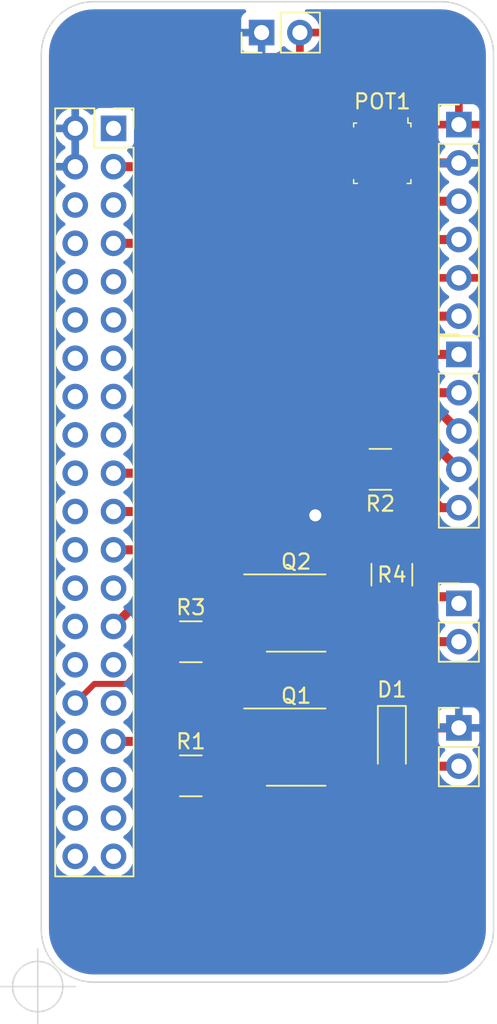
<source format=kicad_pcb>
(kicad_pcb (version 20211014) (generator pcbnew)
  (layers (0 "F.Cu" signal) (31 "B.Cu" signal) (34 "B.Paste" user) (35 "F.Paste" user) (36 "B.SilkS" user "B.Silkscreen") (37 "F.SilkS" user "F.Silkscreen") (38 "B.Mask" user) (39 "F.Mask" user) (44 "Edge.Cuts" user))
  (net 0 "")
  (net 1 "+5V")
  (net 2 "Net-(D1-Pad2)")
  (net 3 "+3V3")
  (net 4 "RS")
  (net 5 "RW")
  (net 7 "CS")
  (net 18 "DB4")
  (net 20 "DB5")
  (net 22 "DB6")
  (net 24 "GND")
  (net 26 "DB7")
  (net 31 "LED_PWM")
  (net 32 "Motor_PWM")
  (net 40 "Net-(J3-Pad3)")
  (net 41 "Net-(J4-Pad5)")
  (net 42 "Net-(J5-Pad1)")
  (net 43 "Net-(J5-Pad2)")
  (net 44 "Net-(Q1-Pad4)")
  (net 45 "Net-(Q2-Pad4)")
  (footprint "digikey-footprints:Trimpot_3.8mmx3.6mm_TC33X-2-103E" (layer "F.Cu") (at 173.355 78.105 180)
    (fp_text reference "POT1" (at 0 3.429) (layer "F.SilkS"))
    (fp_text value "10k" hide)
    (fp_line (start -1.9 -2) (end -1.65 -2) (layer "F.SilkS") (width 0.1))
    (fp_line (start -1.7 2) (end -1.7 2.35) (layer "F.SilkS") (width 0.1))
    (fp_line (start -1.9 1.75) (end -1.9 2) (layer "F.SilkS") (width 0.1))
    (fp_line (start 1.9 -2) (end 1.65 -2) (layer "F.SilkS") (width 0.1))
    (fp_line (start -1.9 -2) (end -1.9 -1.75) (layer "F.SilkS") (width 0.1))
    (fp_line (start 1.9 2) (end 1.9 1.75) (layer "F.SilkS") (width 0.1))
    (fp_line (start 1.9 2) (end 1.7 2) (layer "F.SilkS") (width 0.1))
    (fp_line (start -1.9 2) (end -1.7 2) (layer "F.SilkS") (width 0.1))
    (fp_line (start 1.9 -2) (end 1.9 -1.75) (layer "F.SilkS") (width 0.1))
    (pad "1" smd rect locked (at -1 1.8 180) (size 1.2 1.2) (layers "F.Cu" "F.Paste" "F.Mask") (net 1 "+5V"))
    (pad "2" smd rect locked (at 0 -1.45 180) (size 1.6 1.5) (layers "F.Cu" "F.Paste" "F.Mask") (net 40 "Net-(J3-Pad3)"))
    (pad "3" smd rect locked (at 1 1.8 180) (size 1.2 1.2) (layers "F.Cu" "F.Paste" "F.Mask") (net 24 "GND"))
  )
  (footprint "Resistor_SMD:R_1210_3225Metric" (layer "F.Cu") (at 160.655 110.49)
    (fp_text reference "R3" (at 0 -2.28) (layer "F.SilkS"))
    (fp_text value "10k" hide)
    (fp_line (start -0.723737 -1.355) (end 0.723737 -1.355) (layer "F.SilkS") (width 0.12))
    (fp_line (start -0.723737 1.355) (end 0.723737 1.355) (layer "F.SilkS") (width 0.12))
    (pad "1" smd roundrect (at -1.4625 0) (size 1.125 2.65) (layers "F.Cu" "F.Paste" "F.Mask") (roundrect_rratio 0.222222) (net 31 "LED_PWM"))
    (pad "2" smd roundrect (at 1.4625 0) (size 1.125 2.65) (layers "F.Cu" "F.Paste" "F.Mask") (roundrect_rratio 0.222222) (net 45 "Net-(Q2-Pad4)"))
  )
  (footprint "Resistor_SMD:R_1210_3225Metric" (layer "F.Cu") (at 173.228 99.06)
    (fp_text reference "R2" (at 0 2.286) (layer "F.SilkS"))
    (fp_text value "330" hide)
    (fp_line (start -0.723737 1.355) (end 0.723737 1.355) (layer "F.SilkS") (width 0.12))
    (fp_line (start -0.723737 -1.355) (end 0.723737 -1.355) (layer "F.SilkS") (width 0.12))
    (pad "1" smd roundrect (at -1.4625 0) (size 1.125 2.65) (layers "F.Cu" "F.Paste" "F.Mask") (roundrect_rratio 0.222222) (net 1 "+5V"))
    (pad "2" smd roundrect (at 1.4625 0) (size 1.125 2.65) (layers "F.Cu" "F.Paste" "F.Mask") (roundrect_rratio 0.222222) (net 41 "Net-(J4-Pad5)"))
  )
  (footprint "Resistor_SMD:R_1210_3225Metric" (layer "F.Cu") (at 173.99 106.045 90)
    (fp_text reference "R4" (at 0 0 180) (layer "F.SilkS"))
    (fp_text value "330" hide)
    (fp_line (start -0.723737 1.355) (end 0.723737 1.355) (layer "F.SilkS") (width 0.12))
    (fp_line (start -0.723737 -1.355) (end 0.723737 -1.355) (layer "F.SilkS") (width 0.12))
    (pad "1" smd roundrect (at -1.4625 0 90) (size 1.125 2.65) (layers "F.Cu" "F.Paste" "F.Mask") (roundrect_rratio 0.222222) (net 42 "Net-(J5-Pad1)"))
    (pad "2" smd roundrect (at 1.4625 0 90) (size 1.125 2.65) (layers "F.Cu" "F.Paste" "F.Mask") (roundrect_rratio 0.222222) (net 1 "+5V"))
  )
  (footprint "Package_SO:SO-8_3.9x4.9mm_P1.27mm" (layer "F.Cu") (at 167.64 108.585)
    (fp_text reference "Q2" (at 0 -3.4) (layer "F.SilkS"))
    (fp_text value "IRF8736" hide)
    (fp_line (start 0 -2.56) (end 1.95 -2.56) (layer "F.SilkS") (width 0.12))
    (fp_line (start 0 2.56) (end 1.95 2.56) (layer "F.SilkS") (width 0.12))
    (fp_line (start 0 -2.56) (end -3.45 -2.56) (layer "F.SilkS") (width 0.12))
    (fp_line (start 0 2.56) (end -1.95 2.56) (layer "F.SilkS") (width 0.12))
    (pad "1" smd roundrect (at -2.575 -1.905) (size 1.75 0.6) (layers "F.Cu" "F.Paste" "F.Mask") (net 24 "GND"))
    (pad "2" smd roundrect (at -2.575 -0.635) (size 1.75 0.6) (layers "F.Cu" "F.Paste" "F.Mask") (net 24 "GND"))
    (pad "3" smd roundrect (at -2.575 0.635) (size 1.75 0.6) (layers "F.Cu" "F.Paste" "F.Mask") (net 24 "GND"))
    (pad "4" smd roundrect (at -2.575 1.905) (size 1.75 0.6) (layers "F.Cu" "F.Paste" "F.Mask") (net 45 "Net-(Q2-Pad4)"))
    (pad "5" smd roundrect (at 2.575 1.905) (size 1.75 0.6) (layers "F.Cu" "F.Paste" "F.Mask") (net 43 "Net-(J5-Pad2)"))
    (pad "6" smd roundrect (at 2.575 0.635) (size 1.75 0.6) (layers "F.Cu" "F.Paste" "F.Mask") (net 43 "Net-(J5-Pad2)"))
    (pad "7" smd roundrect (at 2.575 -0.635) (size 1.75 0.6) (layers "F.Cu" "F.Paste" "F.Mask") (net 43 "Net-(J5-Pad2)"))
    (pad "8" smd roundrect (at 2.575 -1.905) (size 1.75 0.6) (layers "F.Cu" "F.Paste" "F.Mask") (net 43 "Net-(J5-Pad2)"))
  )
  (footprint "Connector_PinSocket_2.54mm:PinSocket_2x20_P2.54mm_Vertical" (layer "F.Cu") (at 155.525 76.456)
    (fp_text reference "J1" hide)
    (fp_text value "Raspberry_Pi_2_3" hide)
    (fp_line (start -1.27 -1.33) (end -1.27 1.27) (layer "F.SilkS") (width 0.12))
    (fp_line (start 1.33 -1.33) (end 1.33 0) (layer "F.SilkS") (width 0.12))
    (fp_line (start 1.33 1.27) (end 1.33 49.59) (layer "F.SilkS") (width 0.12))
    (fp_line (start 0 -1.33) (end 1.33 -1.33) (layer "F.SilkS") (width 0.12))
    (fp_line (start -3.87 -1.33) (end -3.87 49.59) (layer "F.SilkS") (width 0.12))
    (fp_line (start -1.27 1.27) (end 1.33 1.27) (layer "F.SilkS") (width 0.12))
    (fp_line (start -3.87 49.59) (end 1.33 49.59) (layer "F.SilkS") (width 0.12))
    (fp_line (start -3.87 -1.33) (end -1.27 -1.33) (layer "F.SilkS") (width 0.12))
    (pad "1" thru_hole rect locked (at 0 0) (size 1.7 1.7) (drill 1) (layers *.Cu *.Mask) (net 3 "+3V3"))
    (pad "2" thru_hole oval locked (at -2.54 0) (size 1.7 1.7) (drill 1) (layers *.Cu *.Mask) (net 1 "+5V"))
    (pad "3" thru_hole oval locked (at 0 2.54) (size 1.7 1.7) (drill 1) (layers *.Cu *.Mask) (net 4 "RS"))
    (pad "4" thru_hole oval locked (at -2.54 2.54) (size 1.7 1.7) (drill 1) (layers *.Cu *.Mask) (net 1 "+5V"))
    (pad "5" thru_hole oval locked (at 0 5.08) (size 1.7 1.7) (drill 1) (layers *.Cu *.Mask) (net 5 "RW"))
    (pad "6" thru_hole oval locked (at -2.54 5.08) (size 1.7 1.7) (drill 1) (layers *.Cu *.Mask))
    (pad "7" thru_hole oval locked (at 0 7.62) (size 1.7 1.7) (drill 1) (layers *.Cu *.Mask) (net 7 "CS"))
    (pad "8" thru_hole oval locked (at -2.54 7.62) (size 1.7 1.7) (drill 1) (layers *.Cu *.Mask))
    (pad "9" thru_hole oval locked (at 0 10.16) (size 1.7 1.7) (drill 1) (layers *.Cu *.Mask))
    (pad "10" thru_hole oval locked (at -2.54 10.16) (size 1.7 1.7) (drill 1) (layers *.Cu *.Mask))
    (pad "11" thru_hole oval locked (at 0 12.7) (size 1.7 1.7) (drill 1) (layers *.Cu *.Mask))
    (pad "12" thru_hole oval locked (at -2.54 12.7) (size 1.7 1.7) (drill 1) (layers *.Cu *.Mask))
    (pad "13" thru_hole oval locked (at 0 15.24) (size 1.7 1.7) (drill 1) (layers *.Cu *.Mask))
    (pad "14" thru_hole oval locked (at -2.54 15.24) (size 1.7 1.7) (drill 1) (layers *.Cu *.Mask))
    (pad "15" thru_hole oval locked (at 0 17.78) (size 1.7 1.7) (drill 1) (layers *.Cu *.Mask))
    (pad "16" thru_hole oval locked (at -2.54 17.78) (size 1.7 1.7) (drill 1) (layers *.Cu *.Mask))
    (pad "17" thru_hole oval locked (at 0 20.32) (size 1.7 1.7) (drill 1) (layers *.Cu *.Mask) (net 3 "+3V3"))
    (pad "18" thru_hole oval locked (at -2.54 20.32) (size 1.7 1.7) (drill 1) (layers *.Cu *.Mask))
    (pad "19" thru_hole oval locked (at 0 22.86) (size 1.7 1.7) (drill 1) (layers *.Cu *.Mask) (net 18 "DB4"))
    (pad "20" thru_hole oval locked (at -2.54 22.86) (size 1.7 1.7) (drill 1) (layers *.Cu *.Mask))
    (pad "21" thru_hole oval locked (at 0 25.4) (size 1.7 1.7) (drill 1) (layers *.Cu *.Mask) (net 20 "DB5"))
    (pad "22" thru_hole oval locked (at -2.54 25.4) (size 1.7 1.7) (drill 1) (layers *.Cu *.Mask))
    (pad "23" thru_hole oval locked (at 0 27.94) (size 1.7 1.7) (drill 1) (layers *.Cu *.Mask) (net 22 "DB6"))
    (pad "24" thru_hole oval locked (at -2.54 27.94) (size 1.7 1.7) (drill 1) (layers *.Cu *.Mask))
    (pad "25" thru_hole oval locked (at 0 30.48) (size 1.7 1.7) (drill 1) (layers *.Cu *.Mask) (net 24 "GND"))
    (pad "26" thru_hole oval locked (at -2.54 30.48) (size 1.7 1.7) (drill 1) (layers *.Cu *.Mask))
    (pad "27" thru_hole oval locked (at 0 33.02) (size 1.7 1.7) (drill 1) (layers *.Cu *.Mask) (net 26 "DB7"))
    (pad "28" thru_hole oval locked (at -2.54 33.02) (size 1.7 1.7) (drill 1) (layers *.Cu *.Mask))
    (pad "29" thru_hole oval locked (at 0 35.56) (size 1.7 1.7) (drill 1) (layers *.Cu *.Mask))
    (pad "30" thru_hole oval locked (at -2.54 35.56) (size 1.7 1.7) (drill 1) (layers *.Cu *.Mask))
    (pad "31" thru_hole oval locked (at 0 38.1) (size 1.7 1.7) (drill 1) (layers *.Cu *.Mask))
    (pad "32" thru_hole oval locked (at -2.54 38.1) (size 1.7 1.7) (drill 1) (layers *.Cu *.Mask) (net 31 "LED_PWM"))
    (pad "33" thru_hole oval locked (at 0 40.64) (size 1.7 1.7) (drill 1) (layers *.Cu *.Mask) (net 32 "Motor_PWM"))
    (pad "34" thru_hole oval locked (at -2.54 40.64) (size 1.7 1.7) (drill 1) (layers *.Cu *.Mask))
    (pad "35" thru_hole oval locked (at 0 43.18) (size 1.7 1.7) (drill 1) (layers *.Cu *.Mask))
    (pad "36" thru_hole oval locked (at -2.54 43.18) (size 1.7 1.7) (drill 1) (layers *.Cu *.Mask))
    (pad "37" thru_hole oval locked (at 0 45.72) (size 1.7 1.7) (drill 1) (layers *.Cu *.Mask))
    (pad "38" thru_hole oval locked (at -2.54 45.72) (size 1.7 1.7) (drill 1) (layers *.Cu *.Mask))
    (pad "39" thru_hole oval locked (at 0 48.26) (size 1.7 1.7) (drill 1) (layers *.Cu *.Mask))
    (pad "40" thru_hole oval locked (at -2.54 48.26) (size 1.7 1.7) (drill 1) (layers *.Cu *.Mask))
  )
  (footprint "Resistor_SMD:R_1210_3225Metric" (layer "F.Cu") (at 160.655 119.38)
    (fp_text reference "R1" (at 0 -2.28) (layer "F.SilkS"))
    (fp_text value "10k" hide)
    (fp_line (start -0.723737 -1.355) (end 0.723737 -1.355) (layer "F.SilkS") (width 0.12))
    (fp_line (start -0.723737 1.355) (end 0.723737 1.355) (layer "F.SilkS") (width 0.12))
    (pad "1" smd roundrect (at -1.4625 0) (size 1.125 2.65) (layers "F.Cu" "F.Paste" "F.Mask") (roundrect_rratio 0.222222) (net 32 "Motor_PWM"))
    (pad "2" smd roundrect (at 1.4625 0) (size 1.125 2.65) (layers "F.Cu" "F.Paste" "F.Mask") (roundrect_rratio 0.222222) (net 44 "Net-(Q1-Pad4)"))
  )
  (footprint "Connector_PinHeader_2.54mm:PinHeader_1x02_P2.54mm_Vertical" (layer "F.Cu") (at 178.435 107.945)
    (fp_text reference "J5" hide)
    (fp_text value "LED")
    (fp_line (start -1.33 1.27) (end 1.33 1.27) (layer "F.SilkS") (width 0.12))
    (fp_line (start -1.33 3.87) (end 1.33 3.87) (layer "F.SilkS") (width 0.12))
    (fp_line (start -1.33 1.27) (end -1.33 3.87) (layer "F.SilkS") (width 0.12))
    (fp_line (start -1.33 0) (end -1.33 -1.33) (layer "F.SilkS") (width 0.12))
    (fp_line (start -1.33 -1.33) (end 0 -1.33) (layer "F.SilkS") (width 0.12))
    (fp_line (start 1.33 1.27) (end 1.33 3.87) (layer "F.SilkS") (width 0.12))
    (pad "1" thru_hole rect (at 0 0) (size 1.7 1.7) (drill 1) (layers *.Cu *.Mask) (net 42 "Net-(J5-Pad1)"))
    (pad "2" thru_hole oval (at 0 2.54) (size 1.7 1.7) (drill 1) (layers *.Cu *.Mask) (net 43 "Net-(J5-Pad2)"))
  )
  (footprint "Package_SO:SO-8_3.9x4.9mm_P1.27mm" (layer "F.Cu") (at 167.64 117.475)
    (fp_text reference "Q1" (at 0 -3.4) (layer "F.SilkS"))
    (fp_text value "IRF8736" hide)
    (fp_line (start 0 -2.56) (end -3.45 -2.56) (layer "F.SilkS") (width 0.12))
    (fp_line (start 0 -2.56) (end 1.95 -2.56) (layer "F.SilkS") (width 0.12))
    (fp_line (start 0 2.56) (end 1.95 2.56) (layer "F.SilkS") (width 0.12))
    (fp_line (start 0 2.56) (end -1.95 2.56) (layer "F.SilkS") (width 0.12))
    (pad "1" smd roundrect (at -2.575 -1.905) (size 1.75 0.6) (layers "F.Cu" "F.Paste" "F.Mask") (net 24 "GND"))
    (pad "2" smd roundrect (at -2.575 -0.635) (size 1.75 0.6) (layers "F.Cu" "F.Paste" "F.Mask") (net 24 "GND"))
    (pad "3" smd roundrect (at -2.575 0.635) (size 1.75 0.6) (layers "F.Cu" "F.Paste" "F.Mask") (net 24 "GND"))
    (pad "4" smd roundrect (at -2.575 1.905) (size 1.75 0.6) (layers "F.Cu" "F.Paste" "F.Mask") (net 44 "Net-(Q1-Pad4)"))
    (pad "5" smd roundrect (at 2.575 1.905) (size 1.75 0.6) (layers "F.Cu" "F.Paste" "F.Mask") (net 2 "Net-(D1-Pad2)"))
    (pad "6" smd roundrect (at 2.575 0.635) (size 1.75 0.6) (layers "F.Cu" "F.Paste" "F.Mask") (net 2 "Net-(D1-Pad2)"))
    (pad "7" smd roundrect (at 2.575 -0.635) (size 1.75 0.6) (layers "F.Cu" "F.Paste" "F.Mask") (net 2 "Net-(D1-Pad2)"))
    (pad "8" smd roundrect (at 2.575 -1.905) (size 1.75 0.6) (layers "F.Cu" "F.Paste" "F.Mask") (net 2 "Net-(D1-Pad2)"))
  )
  (footprint "Connector_PinHeader_2.54mm:PinHeader_1x05_P2.54mm_Vertical" (layer "F.Cu") (at 178.435 91.44)
    (fp_text reference "J4" hide)
    (fp_text value "LCD_02" hide)
    (fp_line (start -1.33 -1.33) (end 0 -1.33) (layer "F.SilkS") (width 0.12))
    (fp_line (start -1.33 1.27) (end -1.33 11.49) (layer "F.SilkS") (width 0.12))
    (fp_line (start -1.33 11.49) (end 1.33 11.49) (layer "F.SilkS") (width 0.12))
    (fp_line (start 1.33 1.27) (end 1.33 11.49) (layer "F.SilkS") (width 0.12))
    (fp_line (start -1.33 1.27) (end 1.33 1.27) (layer "F.SilkS") (width 0.12))
    (fp_line (start -1.33 0) (end -1.33 -1.33) (layer "F.SilkS") (width 0.12))
    (pad "1" thru_hole rect locked (at 0 0) (size 1.7 1.7) (drill 1) (layers *.Cu *.Mask) (net 18 "DB4"))
    (pad "2" thru_hole oval locked (at 0 2.54) (size 1.7 1.7) (drill 1) (layers *.Cu *.Mask) (net 20 "DB5"))
    (pad "3" thru_hole oval locked (at 0 5.08) (size 1.7 1.7) (drill 1) (layers *.Cu *.Mask) (net 22 "DB6"))
    (pad "4" thru_hole oval locked (at 0 7.62) (size 1.7 1.7) (drill 1) (layers *.Cu *.Mask) (net 26 "DB7"))
    (pad "5" thru_hole oval locked (at 0 10.16) (size 1.7 1.7) (drill 1) (layers *.Cu *.Mask) (net 41 "Net-(J4-Pad5)"))
  )
  (footprint "Diode_SMD:D_MicroMELF_Handsoldering" (layer "F.Cu") (at 173.99 117.475 -90)
    (fp_text reference "D1" (at -3.81 0 180) (layer "F.SilkS"))
    (fp_text value "1N4007" hide)
    (fp_line (start 1.1 -0.93) (end -2.73 -0.93) (layer "F.SilkS") (width 0.12))
    (fp_line (start -2.73 0.93) (end 1.1 0.93) (layer "F.SilkS") (width 0.12))
    (fp_line (start -2.73 -0.93) (end -2.73 0.93) (layer "F.SilkS") (width 0.12))
    (pad "1" smd rect (at -1.45 0 270) (size 2.2 1.5) (layers "F.Cu" "F.Paste" "F.Mask") (net 1 "+5V"))
    (pad "2" smd rect (at 1.45 0 270) (size 2.2 1.5) (layers "F.Cu" "F.Paste" "F.Mask") (net 2 "Net-(D1-Pad2)"))
  )
  (footprint "Connector_PinHeader_2.54mm:PinHeader_1x02_P2.54mm_Vertical" (layer "F.Cu") (at 165.349 70.104 90)
    (fp_text reference "J6" hide)
    (fp_text value "PSU")
    (fp_line (start -1.33 0) (end -1.33 -1.33) (layer "F.SilkS") (width 0.12))
    (fp_line (start -1.33 3.87) (end 1.33 3.87) (layer "F.SilkS") (width 0.12))
    (fp_line (start 1.33 1.27) (end 1.33 3.87) (layer "F.SilkS") (width 0.12))
    (fp_line (start -1.33 1.27) (end 1.33 1.27) (layer "F.SilkS") (width 0.12))
    (fp_line (start -1.33 -1.33) (end 0 -1.33) (layer "F.SilkS") (width 0.12))
    (fp_line (start -1.33 1.27) (end -1.33 3.87) (layer "F.SilkS") (width 0.12))
    (pad "1" thru_hole rect (at 0 0 90) (size 1.7 1.7) (drill 1) (layers *.Cu *.Mask) (net 1 "+5V"))
    (pad "2" thru_hole oval (at 0 2.54 90) (size 1.7 1.7) (drill 1) (layers *.Cu *.Mask) (net 24 "GND"))
  )
  (footprint "Connector_PinHeader_2.54mm:PinHeader_1x06_P2.54mm_Vertical" (layer "F.Cu") (at 178.435 76.206)
    (fp_text reference "J3" hide)
    (fp_text value "LCD_01" hide)
    (fp_line (start 1.33 1.27) (end 1.33 14.03) (layer "F.SilkS") (width 0.12))
    (fp_line (start -1.33 14.03) (end 1.33 14.03) (layer "F.SilkS") (width 0.12))
    (fp_line (start -1.33 0) (end -1.33 -1.33) (layer "F.SilkS") (width 0.12))
    (fp_line (start -1.33 -1.33) (end 0 -1.33) (layer "F.SilkS") (width 0.12))
    (fp_line (start -1.33 1.27) (end -1.33 14.03) (layer "F.SilkS") (width 0.12))
    (fp_line (start -1.33 1.27) (end 1.33 1.27) (layer "F.SilkS") (width 0.12))
    (pad "1" thru_hole rect locked (at 0 0) (size 1.7 1.7) (drill 1) (layers *.Cu *.Mask) (net 24 "GND"))
    (pad "2" thru_hole oval locked (at 0 2.54) (size 1.7 1.7) (drill 1) (layers *.Cu *.Mask) (net 1 "+5V"))
    (pad "3" thru_hole oval locked (at 0 5.08) (size 1.7 1.7) (drill 1) (layers *.Cu *.Mask) (net 40 "Net-(J3-Pad3)"))
    (pad "4" thru_hole oval locked (at 0 7.62) (size 1.7 1.7) (drill 1) (layers *.Cu *.Mask) (net 4 "RS"))
    (pad "5" thru_hole oval locked (at 0 10.16) (size 1.7 1.7) (drill 1) (layers *.Cu *.Mask) (net 24 "GND"))
    (pad "6" thru_hole oval locked (at 0 12.7) (size 1.7 1.7) (drill 1) (layers *.Cu *.Mask) (net 7 "CS"))
  )
  (footprint "Connector_PinHeader_2.54mm:PinHeader_1x02_P2.54mm_Vertical" (layer "F.Cu") (at 178.435 116.2)
    (fp_text reference "J2" hide)
    (fp_text value "Motor")
    (fp_line (start 1.33 1.27) (end 1.33 3.87) (layer "F.SilkS") (width 0.12))
    (fp_line (start -1.33 0) (end -1.33 -1.33) (layer "F.SilkS") (width 0.12))
    (fp_line (start -1.33 3.87) (end 1.33 3.87) (layer "F.SilkS") (width 0.12))
    (fp_line (start -1.33 1.27) (end 1.33 1.27) (layer "F.SilkS") (width 0.12))
    (fp_line (start -1.33 1.27) (end -1.33 3.87) (layer "F.SilkS") (width 0.12))
    (fp_line (start -1.33 -1.33) (end 0 -1.33) (layer "F.SilkS") (width 0.12))
    (pad "1" thru_hole rect (at 0 0) (size 1.7 1.7) (drill 1) (layers *.Cu *.Mask) (net 1 "+5V"))
    (pad "2" thru_hole oval (at 0 2.54) (size 1.7 1.7) (drill 1) (layers *.Cu *.Mask) (net 2 "Net-(D1-Pad2)"))
  )
  (gr_arc locked (start 154.235 133.056) (mid 151.760126 132.030874) (end 150.735 129.556) (layer "Edge.Cuts") (width 0.1))
  (gr_line locked (start 154.235 68.056) (end 177.235 68.056) (layer "Edge.Cuts") (width 0.1))
  (gr_arc locked (start 150.735 71.556) (mid 151.760126 69.081126) (end 154.235 68.056) (layer "Edge.Cuts") (width 0.1))
  (gr_line locked (start 150.735 71.556) (end 150.735 129.556) (layer "Edge.Cuts") (width 0.1))
  (gr_line locked (start 180.735 129.556) (end 180.735 71.556) (layer "Edge.Cuts") (width 0.1))
  (gr_line locked (start 154.235 133.056) (end 177.235 133.056) (layer "Edge.Cuts") (width 0.1))
  (gr_arc locked (start 180.735 129.556) (mid 179.709874 132.030874) (end 177.235 133.056) (layer "Edge.Cuts") (width 0.1))
  (gr_arc locked (start 177.235 68.056) (mid 179.709874 69.081126) (end 180.735 71.556) (layer "Edge.Cuts") (width 0.1))
  (target plus (at 150.495 133.35) (size 5) (width 0.1) (layer "Edge.Cuts"))
  (segment (start 171.704 102.108) (end 171.704 99.1215) (width 0.6) (layer "F.Cu") (net 1))
  (segment (start 176.796 78.746) (end 174.355 76.305) (width 0.6) (layer "F.Cu") (net 1))
  (segment (start 171.704 99.1215) (end 171.7655 99.06) (width 0.6) (layer "F.Cu") (net 1))
  (segment (start 178.435 116.2) (end 174.165 116.2) (width 0.6) (layer "F.Cu") (net 1))
  (segment (start 168.91 102.108) (end 171.704 102.108) (width 0.6) (layer "F.Cu") (net 1))
  (segment (start 174.165 116.2) (end 173.99 116.025) (width 0.6) (layer "F.Cu") (net 1))
  (segment (start 173.99 104.5825) (end 173.99 104.394) (width 0.6) (layer "F.Cu") (net 1))
  (segment (start 178.435 78.746) (end 176.796 78.746) (width 0.6) (layer "F.Cu") (net 1))
  (segment (start 173.99 104.394) (end 171.704 102.108) (width 0.6) (layer "F.Cu") (net 1))
  (via (at 168.91 102.108) (size 1.2) (drill 0.8) (layers "F.Cu" "B.Cu") (net 1))
  (segment (start 170.215 119.38) (end 173.535 119.38) (width 0.6) (layer "F.Cu") (net 2))
  (segment (start 178.435 118.74) (end 174.175 118.74) (width 0.6) (layer "F.Cu") (net 2))
  (segment (start 173.535 119.38) (end 173.99 118.925) (width 0.6) (layer "F.Cu") (net 2))
  (segment (start 170.215 115.57) (end 170.215 119.38) (width 0.6) (layer "F.Cu") (net 2))
  (segment (start 174.175 118.74) (end 173.99 118.925) (width 0.6) (layer "F.Cu") (net 2))
  (segment (start 159.002 78.996) (end 159.004 78.994) (width 0.6) (layer "F.Cu") (net 4))
  (segment (start 159.004 78.994) (end 163.836 83.826) (width 0.6) (layer "F.Cu") (net 4))
  (segment (start 155.525 78.996) (end 159.002 78.996) (width 0.6) (layer "F.Cu") (net 4))
  (segment (start 163.836 83.826) (end 178.435 83.826) (width 0.6) (layer "F.Cu") (net 4))
  (segment (start 155.525 84.076) (end 158.748 84.076) (width 0.6) (layer "F.Cu") (net 7))
  (segment (start 158.748 84.076) (end 158.75 84.074) (width 0.6) (layer "F.Cu") (net 7))
  (segment (start 163.582 88.906) (end 178.435 88.906) (width 0.6) (layer "F.Cu") (net 7))
  (segment (start 158.75 84.074) (end 163.582 88.906) (width 0.6) (layer "F.Cu") (net 7))
  (segment (start 155.525 99.316) (end 158.748 99.316) (width 0.6) (layer "F.Cu") (net 18))
  (segment (start 166.624 91.44) (end 178.435 91.44) (width 0.6) (layer "F.Cu") (net 18))
  (segment (start 158.748 99.316) (end 166.624 91.44) (width 0.6) (layer "F.Cu") (net 18))
  (segment (start 178.435 93.98) (end 166.37 93.98) (width 0.6) (layer "F.Cu") (net 20))
  (segment (start 158.494 101.856) (end 155.525 101.856) (width 0.6) (layer "F.Cu") (net 20))
  (segment (start 166.37 93.98) (end 158.494 101.856) (width 0.6) (layer "F.Cu") (net 20))
  (segment (start 167.64 95.25) (end 177.165 95.25) (width 0.6) (layer "F.Cu") (net 22))
  (segment (start 158.494 104.396) (end 167.64 95.25) (width 0.6) (layer "F.Cu") (net 22))
  (segment (start 177.165 95.25) (end 178.435 96.52) (width 0.6) (layer "F.Cu") (net 22))
  (segment (start 155.525 104.396) (end 158.494 104.396) (width 0.6) (layer "F.Cu") (net 22))
  (segment (start 168.481 96.52) (end 155.525 109.476) (width 0.6) (layer "F.Cu") (net 26))
  (segment (start 178.435 99.06) (end 175.895 96.52) (width 0.6) (layer "F.Cu") (net 26))
  (segment (start 175.895 96.52) (end 168.481 96.52) (width 0.6) (layer "F.Cu") (net 26))
  (segment (start 154.257 113.284) (end 156.3985 113.284) (width 0.4) (layer "F.Cu") (net 31))
  (segment (start 152.985 114.556) (end 154.257 113.284) (width 0.4) (layer "F.Cu") (net 31))
  (segment (start 156.3985 113.284) (end 159.1925 110.49) (width 0.4) (layer "F.Cu") (net 31))
  (segment (start 155.525 117.096) (end 156.9085 117.096) (width 0.6) (layer "F.Cu") (net 32))
  (segment (start 156.9085 117.096) (end 159.1925 119.38) (width 0.6) (layer "F.Cu") (net 32))
  (segment (start 178.435 81.286) (end 175.086 81.286) (width 0.6) (layer "F.Cu") (net 40))
  (segment (start 175.086 81.286) (end 173.355 79.555) (width 0.6) (layer "F.Cu") (net 40))
  (segment (start 177.2305 101.6) (end 174.6905 99.06) (width 0.6) (layer "F.Cu") (net 41))
  (segment (start 178.435 101.6) (end 177.2305 101.6) (width 0.6) (layer "F.Cu") (net 41))
  (segment (start 173.99 107.5075) (end 177.9975 107.5075) (width 0.6) (layer "F.Cu") (net 42))
  (segment (start 177.9975 107.5075) (end 178.435 107.945) (width 0.6) (layer "F.Cu") (net 42))
  (segment (start 170.215 110.49) (end 170.215 106.68) (width 0.6) (layer "F.Cu") (net 43))
  (segment (start 178.435 110.485) (end 170.22 110.485) (width 0.6) (layer "F.Cu") (net 43))
  (segment (start 170.22 110.485) (end 170.215 110.49) (width 0.6) (layer "F.Cu") (net 43))
  (segment (start 165.065 119.38) (end 162.1175 119.38) (width 0.6) (layer "F.Cu") (net 44))
  (segment (start 162.1175 110.49) (end 165.065 110.49) (width 0.6) (layer "F.Cu") (net 45))
  (zone (net 24) (net_name "GND") (layer "F.Cu") (connect_pads (clearance 0.508)) (min_thickness 0.254) (fill yes (thermal_gap 0.508) (thermal_bridge_width 0.508))
    (polygon (pts (xy 180.975 133.35) (xy 150.495 133.35) (xy 150.495 67.945) (xy 180.975 67.945)))
  )
  (zone (net 1) (net_name "+5V") (layer "B.Cu") (connect_pads (clearance 0.508)) (min_thickness 0.254) (fill yes (thermal_gap 0.508) (thermal_bridge_width 0.508))
    (polygon (pts (xy 180.975 133.35) (xy 150.495 133.35) (xy 150.495 67.945) (xy 180.975 67.945)))
  )
)
</source>
